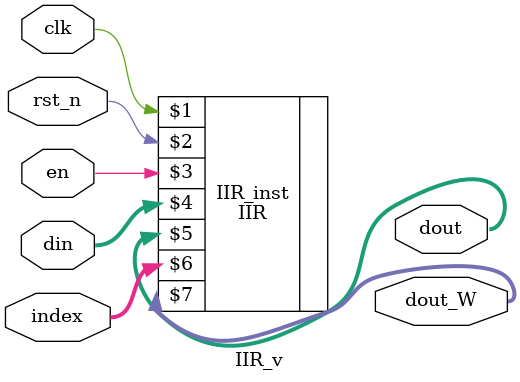
<source format=v>
`timescale 1ns / 1ps


module IIR_v#(
    parameter DW = 16,FW = 16
)(
    input clk,rst_n,en,
    input signed [DW-1:0] din,
    output wire signed [DW-1:0] dout,
    input [31:0]index,
    output wire signed [DW+FW-1:0] dout_W
    );

    IIR#(
        DW,FW
    )IIR_inst(
        clk,rst_n,en,din,dout,index,dout_W
    );
endmodule

</source>
